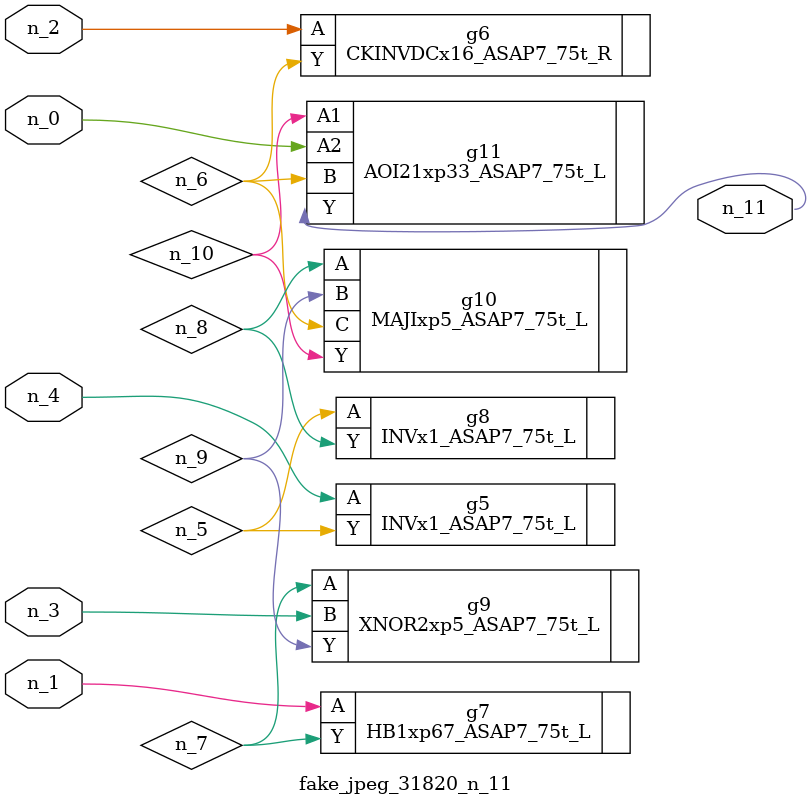
<source format=v>
module fake_jpeg_31820_n_11 (n_3, n_2, n_1, n_0, n_4, n_11);

input n_3;
input n_2;
input n_1;
input n_0;
input n_4;

output n_11;

wire n_10;
wire n_8;
wire n_9;
wire n_6;
wire n_5;
wire n_7;

INVx1_ASAP7_75t_L g5 ( 
.A(n_4),
.Y(n_5)
);

CKINVDCx16_ASAP7_75t_R g6 ( 
.A(n_2),
.Y(n_6)
);

HB1xp67_ASAP7_75t_L g7 ( 
.A(n_1),
.Y(n_7)
);

INVx1_ASAP7_75t_L g8 ( 
.A(n_5),
.Y(n_8)
);

MAJIxp5_ASAP7_75t_L g10 ( 
.A(n_8),
.B(n_9),
.C(n_6),
.Y(n_10)
);

XNOR2xp5_ASAP7_75t_L g9 ( 
.A(n_7),
.B(n_3),
.Y(n_9)
);

AOI21xp33_ASAP7_75t_L g11 ( 
.A1(n_10),
.A2(n_0),
.B(n_6),
.Y(n_11)
);


endmodule
</source>
